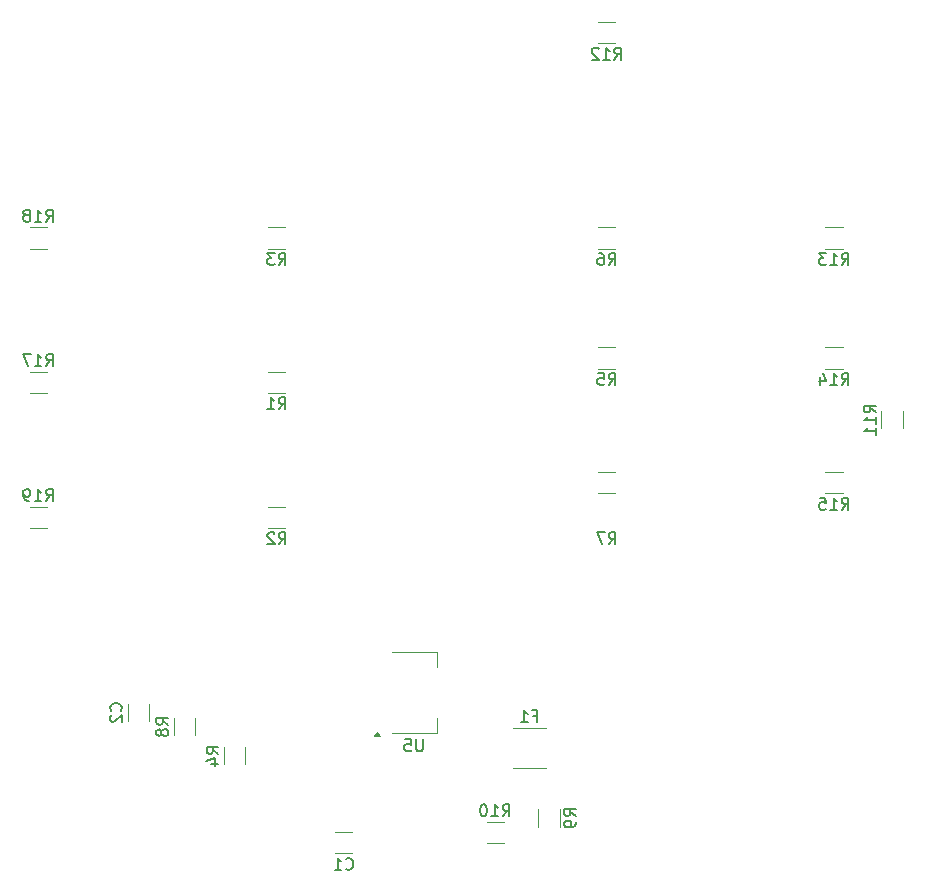
<source format=gbr>
%TF.GenerationSoftware,KiCad,Pcbnew,9.0.6-9.0.6~ubuntu24.04.1*%
%TF.CreationDate,2026-01-23T18:38:10+03:00*%
%TF.ProjectId,BoardRover2,426f6172-6452-46f7-9665-72322e6b6963,rev?*%
%TF.SameCoordinates,Original*%
%TF.FileFunction,Legend,Bot*%
%TF.FilePolarity,Positive*%
%FSLAX46Y46*%
G04 Gerber Fmt 4.6, Leading zero omitted, Abs format (unit mm)*
G04 Created by KiCad (PCBNEW 9.0.6-9.0.6~ubuntu24.04.1) date 2026-01-23 18:38:10*
%MOMM*%
%LPD*%
G01*
G04 APERTURE LIST*
%ADD10C,0.150000*%
%ADD11C,0.120000*%
G04 APERTURE END LIST*
D10*
X161264166Y-92849819D02*
X161597499Y-92373628D01*
X161835594Y-92849819D02*
X161835594Y-91849819D01*
X161835594Y-91849819D02*
X161454642Y-91849819D01*
X161454642Y-91849819D02*
X161359404Y-91897438D01*
X161359404Y-91897438D02*
X161311785Y-91945057D01*
X161311785Y-91945057D02*
X161264166Y-92040295D01*
X161264166Y-92040295D02*
X161264166Y-92183152D01*
X161264166Y-92183152D02*
X161311785Y-92278390D01*
X161311785Y-92278390D02*
X161359404Y-92326009D01*
X161359404Y-92326009D02*
X161454642Y-92373628D01*
X161454642Y-92373628D02*
X161835594Y-92373628D01*
X160311785Y-92849819D02*
X160883213Y-92849819D01*
X160597499Y-92849819D02*
X160597499Y-91849819D01*
X160597499Y-91849819D02*
X160692737Y-91992676D01*
X160692737Y-91992676D02*
X160787975Y-92087914D01*
X160787975Y-92087914D02*
X160883213Y-92135533D01*
X141560357Y-76964819D02*
X141893690Y-76488628D01*
X142131785Y-76964819D02*
X142131785Y-75964819D01*
X142131785Y-75964819D02*
X141750833Y-75964819D01*
X141750833Y-75964819D02*
X141655595Y-76012438D01*
X141655595Y-76012438D02*
X141607976Y-76060057D01*
X141607976Y-76060057D02*
X141560357Y-76155295D01*
X141560357Y-76155295D02*
X141560357Y-76298152D01*
X141560357Y-76298152D02*
X141607976Y-76393390D01*
X141607976Y-76393390D02*
X141655595Y-76441009D01*
X141655595Y-76441009D02*
X141750833Y-76488628D01*
X141750833Y-76488628D02*
X142131785Y-76488628D01*
X140607976Y-76964819D02*
X141179404Y-76964819D01*
X140893690Y-76964819D02*
X140893690Y-75964819D01*
X140893690Y-75964819D02*
X140988928Y-76107676D01*
X140988928Y-76107676D02*
X141084166Y-76202914D01*
X141084166Y-76202914D02*
X141179404Y-76250533D01*
X140036547Y-76393390D02*
X140131785Y-76345771D01*
X140131785Y-76345771D02*
X140179404Y-76298152D01*
X140179404Y-76298152D02*
X140227023Y-76202914D01*
X140227023Y-76202914D02*
X140227023Y-76155295D01*
X140227023Y-76155295D02*
X140179404Y-76060057D01*
X140179404Y-76060057D02*
X140131785Y-76012438D01*
X140131785Y-76012438D02*
X140036547Y-75964819D01*
X140036547Y-75964819D02*
X139846071Y-75964819D01*
X139846071Y-75964819D02*
X139750833Y-76012438D01*
X139750833Y-76012438D02*
X139703214Y-76060057D01*
X139703214Y-76060057D02*
X139655595Y-76155295D01*
X139655595Y-76155295D02*
X139655595Y-76202914D01*
X139655595Y-76202914D02*
X139703214Y-76298152D01*
X139703214Y-76298152D02*
X139750833Y-76345771D01*
X139750833Y-76345771D02*
X139846071Y-76393390D01*
X139846071Y-76393390D02*
X140036547Y-76393390D01*
X140036547Y-76393390D02*
X140131785Y-76441009D01*
X140131785Y-76441009D02*
X140179404Y-76488628D01*
X140179404Y-76488628D02*
X140227023Y-76583866D01*
X140227023Y-76583866D02*
X140227023Y-76774342D01*
X140227023Y-76774342D02*
X140179404Y-76869580D01*
X140179404Y-76869580D02*
X140131785Y-76917200D01*
X140131785Y-76917200D02*
X140036547Y-76964819D01*
X140036547Y-76964819D02*
X139846071Y-76964819D01*
X139846071Y-76964819D02*
X139750833Y-76917200D01*
X139750833Y-76917200D02*
X139703214Y-76869580D01*
X139703214Y-76869580D02*
X139655595Y-76774342D01*
X139655595Y-76774342D02*
X139655595Y-76583866D01*
X139655595Y-76583866D02*
X139703214Y-76488628D01*
X139703214Y-76488628D02*
X139750833Y-76441009D01*
X139750833Y-76441009D02*
X139846071Y-76393390D01*
X189204166Y-80624819D02*
X189537499Y-80148628D01*
X189775594Y-80624819D02*
X189775594Y-79624819D01*
X189775594Y-79624819D02*
X189394642Y-79624819D01*
X189394642Y-79624819D02*
X189299404Y-79672438D01*
X189299404Y-79672438D02*
X189251785Y-79720057D01*
X189251785Y-79720057D02*
X189204166Y-79815295D01*
X189204166Y-79815295D02*
X189204166Y-79958152D01*
X189204166Y-79958152D02*
X189251785Y-80053390D01*
X189251785Y-80053390D02*
X189299404Y-80101009D01*
X189299404Y-80101009D02*
X189394642Y-80148628D01*
X189394642Y-80148628D02*
X189775594Y-80148628D01*
X188347023Y-79624819D02*
X188537499Y-79624819D01*
X188537499Y-79624819D02*
X188632737Y-79672438D01*
X188632737Y-79672438D02*
X188680356Y-79720057D01*
X188680356Y-79720057D02*
X188775594Y-79862914D01*
X188775594Y-79862914D02*
X188823213Y-80053390D01*
X188823213Y-80053390D02*
X188823213Y-80434342D01*
X188823213Y-80434342D02*
X188775594Y-80529580D01*
X188775594Y-80529580D02*
X188727975Y-80577200D01*
X188727975Y-80577200D02*
X188632737Y-80624819D01*
X188632737Y-80624819D02*
X188442261Y-80624819D01*
X188442261Y-80624819D02*
X188347023Y-80577200D01*
X188347023Y-80577200D02*
X188299404Y-80529580D01*
X188299404Y-80529580D02*
X188251785Y-80434342D01*
X188251785Y-80434342D02*
X188251785Y-80196247D01*
X188251785Y-80196247D02*
X188299404Y-80101009D01*
X188299404Y-80101009D02*
X188347023Y-80053390D01*
X188347023Y-80053390D02*
X188442261Y-80005771D01*
X188442261Y-80005771D02*
X188632737Y-80005771D01*
X188632737Y-80005771D02*
X188727975Y-80053390D01*
X188727975Y-80053390D02*
X188775594Y-80101009D01*
X188775594Y-80101009D02*
X188823213Y-80196247D01*
X147893771Y-118358761D02*
X147941391Y-118311142D01*
X147941391Y-118311142D02*
X147989010Y-118168285D01*
X147989010Y-118168285D02*
X147989010Y-118073047D01*
X147989010Y-118073047D02*
X147941391Y-117930190D01*
X147941391Y-117930190D02*
X147846152Y-117834952D01*
X147846152Y-117834952D02*
X147750914Y-117787333D01*
X147750914Y-117787333D02*
X147560438Y-117739714D01*
X147560438Y-117739714D02*
X147417581Y-117739714D01*
X147417581Y-117739714D02*
X147227105Y-117787333D01*
X147227105Y-117787333D02*
X147131867Y-117834952D01*
X147131867Y-117834952D02*
X147036629Y-117930190D01*
X147036629Y-117930190D02*
X146989010Y-118073047D01*
X146989010Y-118073047D02*
X146989010Y-118168285D01*
X146989010Y-118168285D02*
X147036629Y-118311142D01*
X147036629Y-118311142D02*
X147084248Y-118358761D01*
X147084248Y-118739714D02*
X147036629Y-118787333D01*
X147036629Y-118787333D02*
X146989010Y-118882571D01*
X146989010Y-118882571D02*
X146989010Y-119120666D01*
X146989010Y-119120666D02*
X147036629Y-119215904D01*
X147036629Y-119215904D02*
X147084248Y-119263523D01*
X147084248Y-119263523D02*
X147179486Y-119311142D01*
X147179486Y-119311142D02*
X147274724Y-119311142D01*
X147274724Y-119311142D02*
X147417581Y-119263523D01*
X147417581Y-119263523D02*
X147989010Y-118692095D01*
X147989010Y-118692095D02*
X147989010Y-119311142D01*
X161264166Y-104274819D02*
X161597499Y-103798628D01*
X161835594Y-104274819D02*
X161835594Y-103274819D01*
X161835594Y-103274819D02*
X161454642Y-103274819D01*
X161454642Y-103274819D02*
X161359404Y-103322438D01*
X161359404Y-103322438D02*
X161311785Y-103370057D01*
X161311785Y-103370057D02*
X161264166Y-103465295D01*
X161264166Y-103465295D02*
X161264166Y-103608152D01*
X161264166Y-103608152D02*
X161311785Y-103703390D01*
X161311785Y-103703390D02*
X161359404Y-103751009D01*
X161359404Y-103751009D02*
X161454642Y-103798628D01*
X161454642Y-103798628D02*
X161835594Y-103798628D01*
X160883213Y-103370057D02*
X160835594Y-103322438D01*
X160835594Y-103322438D02*
X160740356Y-103274819D01*
X160740356Y-103274819D02*
X160502261Y-103274819D01*
X160502261Y-103274819D02*
X160407023Y-103322438D01*
X160407023Y-103322438D02*
X160359404Y-103370057D01*
X160359404Y-103370057D02*
X160311785Y-103465295D01*
X160311785Y-103465295D02*
X160311785Y-103560533D01*
X160311785Y-103560533D02*
X160359404Y-103703390D01*
X160359404Y-103703390D02*
X160930832Y-104274819D01*
X160930832Y-104274819D02*
X160311785Y-104274819D01*
X173481904Y-120794819D02*
X173481904Y-121604342D01*
X173481904Y-121604342D02*
X173434285Y-121699580D01*
X173434285Y-121699580D02*
X173386666Y-121747200D01*
X173386666Y-121747200D02*
X173291428Y-121794819D01*
X173291428Y-121794819D02*
X173100952Y-121794819D01*
X173100952Y-121794819D02*
X173005714Y-121747200D01*
X173005714Y-121747200D02*
X172958095Y-121699580D01*
X172958095Y-121699580D02*
X172910476Y-121604342D01*
X172910476Y-121604342D02*
X172910476Y-120794819D01*
X171958095Y-120794819D02*
X172434285Y-120794819D01*
X172434285Y-120794819D02*
X172481904Y-121271009D01*
X172481904Y-121271009D02*
X172434285Y-121223390D01*
X172434285Y-121223390D02*
X172339047Y-121175771D01*
X172339047Y-121175771D02*
X172100952Y-121175771D01*
X172100952Y-121175771D02*
X172005714Y-121223390D01*
X172005714Y-121223390D02*
X171958095Y-121271009D01*
X171958095Y-121271009D02*
X171910476Y-121366247D01*
X171910476Y-121366247D02*
X171910476Y-121604342D01*
X171910476Y-121604342D02*
X171958095Y-121699580D01*
X171958095Y-121699580D02*
X172005714Y-121747200D01*
X172005714Y-121747200D02*
X172100952Y-121794819D01*
X172100952Y-121794819D02*
X172339047Y-121794819D01*
X172339047Y-121794819D02*
X172434285Y-121747200D01*
X172434285Y-121747200D02*
X172481904Y-121699580D01*
X141560357Y-89189819D02*
X141893690Y-88713628D01*
X142131785Y-89189819D02*
X142131785Y-88189819D01*
X142131785Y-88189819D02*
X141750833Y-88189819D01*
X141750833Y-88189819D02*
X141655595Y-88237438D01*
X141655595Y-88237438D02*
X141607976Y-88285057D01*
X141607976Y-88285057D02*
X141560357Y-88380295D01*
X141560357Y-88380295D02*
X141560357Y-88523152D01*
X141560357Y-88523152D02*
X141607976Y-88618390D01*
X141607976Y-88618390D02*
X141655595Y-88666009D01*
X141655595Y-88666009D02*
X141750833Y-88713628D01*
X141750833Y-88713628D02*
X142131785Y-88713628D01*
X140607976Y-89189819D02*
X141179404Y-89189819D01*
X140893690Y-89189819D02*
X140893690Y-88189819D01*
X140893690Y-88189819D02*
X140988928Y-88332676D01*
X140988928Y-88332676D02*
X141084166Y-88427914D01*
X141084166Y-88427914D02*
X141179404Y-88475533D01*
X140274642Y-88189819D02*
X139607976Y-88189819D01*
X139607976Y-88189819D02*
X140036547Y-89189819D01*
X141560357Y-100614819D02*
X141893690Y-100138628D01*
X142131785Y-100614819D02*
X142131785Y-99614819D01*
X142131785Y-99614819D02*
X141750833Y-99614819D01*
X141750833Y-99614819D02*
X141655595Y-99662438D01*
X141655595Y-99662438D02*
X141607976Y-99710057D01*
X141607976Y-99710057D02*
X141560357Y-99805295D01*
X141560357Y-99805295D02*
X141560357Y-99948152D01*
X141560357Y-99948152D02*
X141607976Y-100043390D01*
X141607976Y-100043390D02*
X141655595Y-100091009D01*
X141655595Y-100091009D02*
X141750833Y-100138628D01*
X141750833Y-100138628D02*
X142131785Y-100138628D01*
X140607976Y-100614819D02*
X141179404Y-100614819D01*
X140893690Y-100614819D02*
X140893690Y-99614819D01*
X140893690Y-99614819D02*
X140988928Y-99757676D01*
X140988928Y-99757676D02*
X141084166Y-99852914D01*
X141084166Y-99852914D02*
X141179404Y-99900533D01*
X140131785Y-100614819D02*
X139941309Y-100614819D01*
X139941309Y-100614819D02*
X139846071Y-100567200D01*
X139846071Y-100567200D02*
X139798452Y-100519580D01*
X139798452Y-100519580D02*
X139703214Y-100376723D01*
X139703214Y-100376723D02*
X139655595Y-100186247D01*
X139655595Y-100186247D02*
X139655595Y-99805295D01*
X139655595Y-99805295D02*
X139703214Y-99710057D01*
X139703214Y-99710057D02*
X139750833Y-99662438D01*
X139750833Y-99662438D02*
X139846071Y-99614819D01*
X139846071Y-99614819D02*
X140036547Y-99614819D01*
X140036547Y-99614819D02*
X140131785Y-99662438D01*
X140131785Y-99662438D02*
X140179404Y-99710057D01*
X140179404Y-99710057D02*
X140227023Y-99805295D01*
X140227023Y-99805295D02*
X140227023Y-100043390D01*
X140227023Y-100043390D02*
X140179404Y-100138628D01*
X140179404Y-100138628D02*
X140131785Y-100186247D01*
X140131785Y-100186247D02*
X140036547Y-100233866D01*
X140036547Y-100233866D02*
X139846071Y-100233866D01*
X139846071Y-100233866D02*
X139750833Y-100186247D01*
X139750833Y-100186247D02*
X139703214Y-100138628D01*
X139703214Y-100138628D02*
X139655595Y-100043390D01*
X186427319Y-127287082D02*
X185951128Y-126953749D01*
X186427319Y-126715654D02*
X185427319Y-126715654D01*
X185427319Y-126715654D02*
X185427319Y-127096606D01*
X185427319Y-127096606D02*
X185474938Y-127191844D01*
X185474938Y-127191844D02*
X185522557Y-127239463D01*
X185522557Y-127239463D02*
X185617795Y-127287082D01*
X185617795Y-127287082D02*
X185760652Y-127287082D01*
X185760652Y-127287082D02*
X185855890Y-127239463D01*
X185855890Y-127239463D02*
X185903509Y-127191844D01*
X185903509Y-127191844D02*
X185951128Y-127096606D01*
X185951128Y-127096606D02*
X185951128Y-126715654D01*
X186427319Y-127763273D02*
X186427319Y-127953749D01*
X186427319Y-127953749D02*
X186379700Y-128048987D01*
X186379700Y-128048987D02*
X186332080Y-128096606D01*
X186332080Y-128096606D02*
X186189223Y-128191844D01*
X186189223Y-128191844D02*
X185998747Y-128239463D01*
X185998747Y-128239463D02*
X185617795Y-128239463D01*
X185617795Y-128239463D02*
X185522557Y-128191844D01*
X185522557Y-128191844D02*
X185474938Y-128144225D01*
X185474938Y-128144225D02*
X185427319Y-128048987D01*
X185427319Y-128048987D02*
X185427319Y-127858511D01*
X185427319Y-127858511D02*
X185474938Y-127763273D01*
X185474938Y-127763273D02*
X185522557Y-127715654D01*
X185522557Y-127715654D02*
X185617795Y-127668035D01*
X185617795Y-127668035D02*
X185855890Y-127668035D01*
X185855890Y-127668035D02*
X185951128Y-127715654D01*
X185951128Y-127715654D02*
X185998747Y-127763273D01*
X185998747Y-127763273D02*
X186046366Y-127858511D01*
X186046366Y-127858511D02*
X186046366Y-128048987D01*
X186046366Y-128048987D02*
X185998747Y-128144225D01*
X185998747Y-128144225D02*
X185951128Y-128191844D01*
X185951128Y-128191844D02*
X185855890Y-128239463D01*
X208922857Y-90794819D02*
X209256190Y-90318628D01*
X209494285Y-90794819D02*
X209494285Y-89794819D01*
X209494285Y-89794819D02*
X209113333Y-89794819D01*
X209113333Y-89794819D02*
X209018095Y-89842438D01*
X209018095Y-89842438D02*
X208970476Y-89890057D01*
X208970476Y-89890057D02*
X208922857Y-89985295D01*
X208922857Y-89985295D02*
X208922857Y-90128152D01*
X208922857Y-90128152D02*
X208970476Y-90223390D01*
X208970476Y-90223390D02*
X209018095Y-90271009D01*
X209018095Y-90271009D02*
X209113333Y-90318628D01*
X209113333Y-90318628D02*
X209494285Y-90318628D01*
X207970476Y-90794819D02*
X208541904Y-90794819D01*
X208256190Y-90794819D02*
X208256190Y-89794819D01*
X208256190Y-89794819D02*
X208351428Y-89937676D01*
X208351428Y-89937676D02*
X208446666Y-90032914D01*
X208446666Y-90032914D02*
X208541904Y-90080533D01*
X207113333Y-90128152D02*
X207113333Y-90794819D01*
X207351428Y-89747200D02*
X207589523Y-90461485D01*
X207589523Y-90461485D02*
X206970476Y-90461485D01*
X180228721Y-127302832D02*
X180562054Y-126826641D01*
X180800149Y-127302832D02*
X180800149Y-126302832D01*
X180800149Y-126302832D02*
X180419197Y-126302832D01*
X180419197Y-126302832D02*
X180323959Y-126350451D01*
X180323959Y-126350451D02*
X180276340Y-126398070D01*
X180276340Y-126398070D02*
X180228721Y-126493308D01*
X180228721Y-126493308D02*
X180228721Y-126636165D01*
X180228721Y-126636165D02*
X180276340Y-126731403D01*
X180276340Y-126731403D02*
X180323959Y-126779022D01*
X180323959Y-126779022D02*
X180419197Y-126826641D01*
X180419197Y-126826641D02*
X180800149Y-126826641D01*
X179276340Y-127302832D02*
X179847768Y-127302832D01*
X179562054Y-127302832D02*
X179562054Y-126302832D01*
X179562054Y-126302832D02*
X179657292Y-126445689D01*
X179657292Y-126445689D02*
X179752530Y-126540927D01*
X179752530Y-126540927D02*
X179847768Y-126588546D01*
X178657292Y-126302832D02*
X178562054Y-126302832D01*
X178562054Y-126302832D02*
X178466816Y-126350451D01*
X178466816Y-126350451D02*
X178419197Y-126398070D01*
X178419197Y-126398070D02*
X178371578Y-126493308D01*
X178371578Y-126493308D02*
X178323959Y-126683784D01*
X178323959Y-126683784D02*
X178323959Y-126921879D01*
X178323959Y-126921879D02*
X178371578Y-127112355D01*
X178371578Y-127112355D02*
X178419197Y-127207593D01*
X178419197Y-127207593D02*
X178466816Y-127255213D01*
X178466816Y-127255213D02*
X178562054Y-127302832D01*
X178562054Y-127302832D02*
X178657292Y-127302832D01*
X178657292Y-127302832D02*
X178752530Y-127255213D01*
X178752530Y-127255213D02*
X178800149Y-127207593D01*
X178800149Y-127207593D02*
X178847768Y-127112355D01*
X178847768Y-127112355D02*
X178895387Y-126921879D01*
X178895387Y-126921879D02*
X178895387Y-126683784D01*
X178895387Y-126683784D02*
X178847768Y-126493308D01*
X178847768Y-126493308D02*
X178800149Y-126398070D01*
X178800149Y-126398070D02*
X178752530Y-126350451D01*
X178752530Y-126350451D02*
X178657292Y-126302832D01*
X161264166Y-80624819D02*
X161597499Y-80148628D01*
X161835594Y-80624819D02*
X161835594Y-79624819D01*
X161835594Y-79624819D02*
X161454642Y-79624819D01*
X161454642Y-79624819D02*
X161359404Y-79672438D01*
X161359404Y-79672438D02*
X161311785Y-79720057D01*
X161311785Y-79720057D02*
X161264166Y-79815295D01*
X161264166Y-79815295D02*
X161264166Y-79958152D01*
X161264166Y-79958152D02*
X161311785Y-80053390D01*
X161311785Y-80053390D02*
X161359404Y-80101009D01*
X161359404Y-80101009D02*
X161454642Y-80148628D01*
X161454642Y-80148628D02*
X161835594Y-80148628D01*
X160930832Y-79624819D02*
X160311785Y-79624819D01*
X160311785Y-79624819D02*
X160645118Y-80005771D01*
X160645118Y-80005771D02*
X160502261Y-80005771D01*
X160502261Y-80005771D02*
X160407023Y-80053390D01*
X160407023Y-80053390D02*
X160359404Y-80101009D01*
X160359404Y-80101009D02*
X160311785Y-80196247D01*
X160311785Y-80196247D02*
X160311785Y-80434342D01*
X160311785Y-80434342D02*
X160359404Y-80529580D01*
X160359404Y-80529580D02*
X160407023Y-80577200D01*
X160407023Y-80577200D02*
X160502261Y-80624819D01*
X160502261Y-80624819D02*
X160787975Y-80624819D01*
X160787975Y-80624819D02*
X160883213Y-80577200D01*
X160883213Y-80577200D02*
X160930832Y-80529580D01*
X189204166Y-90794819D02*
X189537499Y-90318628D01*
X189775594Y-90794819D02*
X189775594Y-89794819D01*
X189775594Y-89794819D02*
X189394642Y-89794819D01*
X189394642Y-89794819D02*
X189299404Y-89842438D01*
X189299404Y-89842438D02*
X189251785Y-89890057D01*
X189251785Y-89890057D02*
X189204166Y-89985295D01*
X189204166Y-89985295D02*
X189204166Y-90128152D01*
X189204166Y-90128152D02*
X189251785Y-90223390D01*
X189251785Y-90223390D02*
X189299404Y-90271009D01*
X189299404Y-90271009D02*
X189394642Y-90318628D01*
X189394642Y-90318628D02*
X189775594Y-90318628D01*
X188299404Y-89794819D02*
X188775594Y-89794819D01*
X188775594Y-89794819D02*
X188823213Y-90271009D01*
X188823213Y-90271009D02*
X188775594Y-90223390D01*
X188775594Y-90223390D02*
X188680356Y-90175771D01*
X188680356Y-90175771D02*
X188442261Y-90175771D01*
X188442261Y-90175771D02*
X188347023Y-90223390D01*
X188347023Y-90223390D02*
X188299404Y-90271009D01*
X188299404Y-90271009D02*
X188251785Y-90366247D01*
X188251785Y-90366247D02*
X188251785Y-90604342D01*
X188251785Y-90604342D02*
X188299404Y-90699580D01*
X188299404Y-90699580D02*
X188347023Y-90747200D01*
X188347023Y-90747200D02*
X188442261Y-90794819D01*
X188442261Y-90794819D02*
X188680356Y-90794819D01*
X188680356Y-90794819D02*
X188775594Y-90747200D01*
X188775594Y-90747200D02*
X188823213Y-90699580D01*
X166941666Y-131749580D02*
X166989285Y-131797200D01*
X166989285Y-131797200D02*
X167132142Y-131844819D01*
X167132142Y-131844819D02*
X167227380Y-131844819D01*
X167227380Y-131844819D02*
X167370237Y-131797200D01*
X167370237Y-131797200D02*
X167465475Y-131701961D01*
X167465475Y-131701961D02*
X167513094Y-131606723D01*
X167513094Y-131606723D02*
X167560713Y-131416247D01*
X167560713Y-131416247D02*
X167560713Y-131273390D01*
X167560713Y-131273390D02*
X167513094Y-131082914D01*
X167513094Y-131082914D02*
X167465475Y-130987676D01*
X167465475Y-130987676D02*
X167370237Y-130892438D01*
X167370237Y-130892438D02*
X167227380Y-130844819D01*
X167227380Y-130844819D02*
X167132142Y-130844819D01*
X167132142Y-130844819D02*
X166989285Y-130892438D01*
X166989285Y-130892438D02*
X166941666Y-130940057D01*
X165989285Y-131844819D02*
X166560713Y-131844819D01*
X166274999Y-131844819D02*
X166274999Y-130844819D01*
X166274999Y-130844819D02*
X166370237Y-130987676D01*
X166370237Y-130987676D02*
X166465475Y-131082914D01*
X166465475Y-131082914D02*
X166560713Y-131130533D01*
X211813293Y-93100828D02*
X211337102Y-92767495D01*
X211813293Y-92529400D02*
X210813293Y-92529400D01*
X210813293Y-92529400D02*
X210813293Y-92910352D01*
X210813293Y-92910352D02*
X210860912Y-93005590D01*
X210860912Y-93005590D02*
X210908531Y-93053209D01*
X210908531Y-93053209D02*
X211003769Y-93100828D01*
X211003769Y-93100828D02*
X211146626Y-93100828D01*
X211146626Y-93100828D02*
X211241864Y-93053209D01*
X211241864Y-93053209D02*
X211289483Y-93005590D01*
X211289483Y-93005590D02*
X211337102Y-92910352D01*
X211337102Y-92910352D02*
X211337102Y-92529400D01*
X211813293Y-94053209D02*
X211813293Y-93481781D01*
X211813293Y-93767495D02*
X210813293Y-93767495D01*
X210813293Y-93767495D02*
X210956150Y-93672257D01*
X210956150Y-93672257D02*
X211051388Y-93577019D01*
X211051388Y-93577019D02*
X211099007Y-93481781D01*
X211813293Y-95005590D02*
X211813293Y-94434162D01*
X211813293Y-94719876D02*
X210813293Y-94719876D01*
X210813293Y-94719876D02*
X210956150Y-94624638D01*
X210956150Y-94624638D02*
X211051388Y-94529400D01*
X211051388Y-94529400D02*
X211099007Y-94434162D01*
X208922857Y-80624819D02*
X209256190Y-80148628D01*
X209494285Y-80624819D02*
X209494285Y-79624819D01*
X209494285Y-79624819D02*
X209113333Y-79624819D01*
X209113333Y-79624819D02*
X209018095Y-79672438D01*
X209018095Y-79672438D02*
X208970476Y-79720057D01*
X208970476Y-79720057D02*
X208922857Y-79815295D01*
X208922857Y-79815295D02*
X208922857Y-79958152D01*
X208922857Y-79958152D02*
X208970476Y-80053390D01*
X208970476Y-80053390D02*
X209018095Y-80101009D01*
X209018095Y-80101009D02*
X209113333Y-80148628D01*
X209113333Y-80148628D02*
X209494285Y-80148628D01*
X207970476Y-80624819D02*
X208541904Y-80624819D01*
X208256190Y-80624819D02*
X208256190Y-79624819D01*
X208256190Y-79624819D02*
X208351428Y-79767676D01*
X208351428Y-79767676D02*
X208446666Y-79862914D01*
X208446666Y-79862914D02*
X208541904Y-79910533D01*
X207637142Y-79624819D02*
X207018095Y-79624819D01*
X207018095Y-79624819D02*
X207351428Y-80005771D01*
X207351428Y-80005771D02*
X207208571Y-80005771D01*
X207208571Y-80005771D02*
X207113333Y-80053390D01*
X207113333Y-80053390D02*
X207065714Y-80101009D01*
X207065714Y-80101009D02*
X207018095Y-80196247D01*
X207018095Y-80196247D02*
X207018095Y-80434342D01*
X207018095Y-80434342D02*
X207065714Y-80529580D01*
X207065714Y-80529580D02*
X207113333Y-80577200D01*
X207113333Y-80577200D02*
X207208571Y-80624819D01*
X207208571Y-80624819D02*
X207494285Y-80624819D01*
X207494285Y-80624819D02*
X207589523Y-80577200D01*
X207589523Y-80577200D02*
X207637142Y-80529580D01*
X189680357Y-63244819D02*
X190013690Y-62768628D01*
X190251785Y-63244819D02*
X190251785Y-62244819D01*
X190251785Y-62244819D02*
X189870833Y-62244819D01*
X189870833Y-62244819D02*
X189775595Y-62292438D01*
X189775595Y-62292438D02*
X189727976Y-62340057D01*
X189727976Y-62340057D02*
X189680357Y-62435295D01*
X189680357Y-62435295D02*
X189680357Y-62578152D01*
X189680357Y-62578152D02*
X189727976Y-62673390D01*
X189727976Y-62673390D02*
X189775595Y-62721009D01*
X189775595Y-62721009D02*
X189870833Y-62768628D01*
X189870833Y-62768628D02*
X190251785Y-62768628D01*
X188727976Y-63244819D02*
X189299404Y-63244819D01*
X189013690Y-63244819D02*
X189013690Y-62244819D01*
X189013690Y-62244819D02*
X189108928Y-62387676D01*
X189108928Y-62387676D02*
X189204166Y-62482914D01*
X189204166Y-62482914D02*
X189299404Y-62530533D01*
X188347023Y-62340057D02*
X188299404Y-62292438D01*
X188299404Y-62292438D02*
X188204166Y-62244819D01*
X188204166Y-62244819D02*
X187966071Y-62244819D01*
X187966071Y-62244819D02*
X187870833Y-62292438D01*
X187870833Y-62292438D02*
X187823214Y-62340057D01*
X187823214Y-62340057D02*
X187775595Y-62435295D01*
X187775595Y-62435295D02*
X187775595Y-62530533D01*
X187775595Y-62530533D02*
X187823214Y-62673390D01*
X187823214Y-62673390D02*
X188394642Y-63244819D01*
X188394642Y-63244819D02*
X187775595Y-63244819D01*
X156165007Y-122010765D02*
X155688816Y-121677432D01*
X156165007Y-121439337D02*
X155165007Y-121439337D01*
X155165007Y-121439337D02*
X155165007Y-121820289D01*
X155165007Y-121820289D02*
X155212626Y-121915527D01*
X155212626Y-121915527D02*
X155260245Y-121963146D01*
X155260245Y-121963146D02*
X155355483Y-122010765D01*
X155355483Y-122010765D02*
X155498340Y-122010765D01*
X155498340Y-122010765D02*
X155593578Y-121963146D01*
X155593578Y-121963146D02*
X155641197Y-121915527D01*
X155641197Y-121915527D02*
X155688816Y-121820289D01*
X155688816Y-121820289D02*
X155688816Y-121439337D01*
X155498340Y-122867908D02*
X156165007Y-122867908D01*
X155117388Y-122629813D02*
X155831673Y-122391718D01*
X155831673Y-122391718D02*
X155831673Y-123010765D01*
X182810833Y-118798509D02*
X183144166Y-118798509D01*
X183144166Y-119322319D02*
X183144166Y-118322319D01*
X183144166Y-118322319D02*
X182667976Y-118322319D01*
X181763214Y-119322319D02*
X182334642Y-119322319D01*
X182048928Y-119322319D02*
X182048928Y-118322319D01*
X182048928Y-118322319D02*
X182144166Y-118465176D01*
X182144166Y-118465176D02*
X182239404Y-118560414D01*
X182239404Y-118560414D02*
X182334642Y-118608033D01*
X189204166Y-104274819D02*
X189537499Y-103798628D01*
X189775594Y-104274819D02*
X189775594Y-103274819D01*
X189775594Y-103274819D02*
X189394642Y-103274819D01*
X189394642Y-103274819D02*
X189299404Y-103322438D01*
X189299404Y-103322438D02*
X189251785Y-103370057D01*
X189251785Y-103370057D02*
X189204166Y-103465295D01*
X189204166Y-103465295D02*
X189204166Y-103608152D01*
X189204166Y-103608152D02*
X189251785Y-103703390D01*
X189251785Y-103703390D02*
X189299404Y-103751009D01*
X189299404Y-103751009D02*
X189394642Y-103798628D01*
X189394642Y-103798628D02*
X189775594Y-103798628D01*
X188870832Y-103274819D02*
X188204166Y-103274819D01*
X188204166Y-103274819D02*
X188632737Y-104274819D01*
X151911611Y-119555196D02*
X151435420Y-119221863D01*
X151911611Y-118983768D02*
X150911611Y-118983768D01*
X150911611Y-118983768D02*
X150911611Y-119364720D01*
X150911611Y-119364720D02*
X150959230Y-119459958D01*
X150959230Y-119459958D02*
X151006849Y-119507577D01*
X151006849Y-119507577D02*
X151102087Y-119555196D01*
X151102087Y-119555196D02*
X151244944Y-119555196D01*
X151244944Y-119555196D02*
X151340182Y-119507577D01*
X151340182Y-119507577D02*
X151387801Y-119459958D01*
X151387801Y-119459958D02*
X151435420Y-119364720D01*
X151435420Y-119364720D02*
X151435420Y-118983768D01*
X151340182Y-120126625D02*
X151292563Y-120031387D01*
X151292563Y-120031387D02*
X151244944Y-119983768D01*
X151244944Y-119983768D02*
X151149706Y-119936149D01*
X151149706Y-119936149D02*
X151102087Y-119936149D01*
X151102087Y-119936149D02*
X151006849Y-119983768D01*
X151006849Y-119983768D02*
X150959230Y-120031387D01*
X150959230Y-120031387D02*
X150911611Y-120126625D01*
X150911611Y-120126625D02*
X150911611Y-120317101D01*
X150911611Y-120317101D02*
X150959230Y-120412339D01*
X150959230Y-120412339D02*
X151006849Y-120459958D01*
X151006849Y-120459958D02*
X151102087Y-120507577D01*
X151102087Y-120507577D02*
X151149706Y-120507577D01*
X151149706Y-120507577D02*
X151244944Y-120459958D01*
X151244944Y-120459958D02*
X151292563Y-120412339D01*
X151292563Y-120412339D02*
X151340182Y-120317101D01*
X151340182Y-120317101D02*
X151340182Y-120126625D01*
X151340182Y-120126625D02*
X151387801Y-120031387D01*
X151387801Y-120031387D02*
X151435420Y-119983768D01*
X151435420Y-119983768D02*
X151530658Y-119936149D01*
X151530658Y-119936149D02*
X151721134Y-119936149D01*
X151721134Y-119936149D02*
X151816372Y-119983768D01*
X151816372Y-119983768D02*
X151863992Y-120031387D01*
X151863992Y-120031387D02*
X151911611Y-120126625D01*
X151911611Y-120126625D02*
X151911611Y-120317101D01*
X151911611Y-120317101D02*
X151863992Y-120412339D01*
X151863992Y-120412339D02*
X151816372Y-120459958D01*
X151816372Y-120459958D02*
X151721134Y-120507577D01*
X151721134Y-120507577D02*
X151530658Y-120507577D01*
X151530658Y-120507577D02*
X151435420Y-120459958D01*
X151435420Y-120459958D02*
X151387801Y-120412339D01*
X151387801Y-120412339D02*
X151340182Y-120317101D01*
X208922857Y-101344819D02*
X209256190Y-100868628D01*
X209494285Y-101344819D02*
X209494285Y-100344819D01*
X209494285Y-100344819D02*
X209113333Y-100344819D01*
X209113333Y-100344819D02*
X209018095Y-100392438D01*
X209018095Y-100392438D02*
X208970476Y-100440057D01*
X208970476Y-100440057D02*
X208922857Y-100535295D01*
X208922857Y-100535295D02*
X208922857Y-100678152D01*
X208922857Y-100678152D02*
X208970476Y-100773390D01*
X208970476Y-100773390D02*
X209018095Y-100821009D01*
X209018095Y-100821009D02*
X209113333Y-100868628D01*
X209113333Y-100868628D02*
X209494285Y-100868628D01*
X207970476Y-101344819D02*
X208541904Y-101344819D01*
X208256190Y-101344819D02*
X208256190Y-100344819D01*
X208256190Y-100344819D02*
X208351428Y-100487676D01*
X208351428Y-100487676D02*
X208446666Y-100582914D01*
X208446666Y-100582914D02*
X208541904Y-100630533D01*
X207065714Y-100344819D02*
X207541904Y-100344819D01*
X207541904Y-100344819D02*
X207589523Y-100821009D01*
X207589523Y-100821009D02*
X207541904Y-100773390D01*
X207541904Y-100773390D02*
X207446666Y-100725771D01*
X207446666Y-100725771D02*
X207208571Y-100725771D01*
X207208571Y-100725771D02*
X207113333Y-100773390D01*
X207113333Y-100773390D02*
X207065714Y-100821009D01*
X207065714Y-100821009D02*
X207018095Y-100916247D01*
X207018095Y-100916247D02*
X207018095Y-101154342D01*
X207018095Y-101154342D02*
X207065714Y-101249580D01*
X207065714Y-101249580D02*
X207113333Y-101297200D01*
X207113333Y-101297200D02*
X207208571Y-101344819D01*
X207208571Y-101344819D02*
X207446666Y-101344819D01*
X207446666Y-101344819D02*
X207541904Y-101297200D01*
X207541904Y-101297200D02*
X207589523Y-101249580D01*
D11*
%TO.C,R1*%
X160370436Y-89655000D02*
X161824564Y-89655000D01*
X160370436Y-91475000D02*
X161824564Y-91475000D01*
%TO.C,R18*%
X141644564Y-77430000D02*
X140190436Y-77430000D01*
X141644564Y-79250000D02*
X140190436Y-79250000D01*
%TO.C,R6*%
X188310436Y-77430000D02*
X189764564Y-77430000D01*
X188310436Y-79250000D02*
X189764564Y-79250000D01*
%TO.C,C2*%
X148474191Y-117814176D02*
X148474191Y-119236680D01*
X150294191Y-117814176D02*
X150294191Y-119236680D01*
%TO.C,R2*%
X160370436Y-101080000D02*
X161824564Y-101080000D01*
X160370436Y-102900000D02*
X161824564Y-102900000D01*
%TO.C,U5*%
X170870000Y-113430000D02*
X174630000Y-113430000D01*
X170870000Y-120250000D02*
X174630000Y-120250000D01*
X174630000Y-113430000D02*
X174630000Y-114690000D01*
X174630000Y-120250000D02*
X174630000Y-118990000D01*
X169830000Y-120480000D02*
X169350000Y-120480000D01*
X169590000Y-120150000D01*
X169830000Y-120480000D01*
G36*
X169830000Y-120480000D02*
G01*
X169350000Y-120480000D01*
X169590000Y-120150000D01*
X169830000Y-120480000D01*
G37*
%TO.C,R17*%
X141644564Y-89655000D02*
X140190436Y-89655000D01*
X141644564Y-91475000D02*
X140190436Y-91475000D01*
%TO.C,R19*%
X141644564Y-101080000D02*
X140190436Y-101080000D01*
X141644564Y-102900000D02*
X140190436Y-102900000D01*
%TO.C,R9*%
X183232500Y-128180813D02*
X183232500Y-126726685D01*
X185052500Y-128180813D02*
X185052500Y-126726685D01*
%TO.C,R14*%
X207552936Y-87600000D02*
X209007064Y-87600000D01*
X207552936Y-89420000D02*
X209007064Y-89420000D01*
%TO.C,R10*%
X180312928Y-127768013D02*
X178858800Y-127768013D01*
X180312928Y-129588013D02*
X178858800Y-129588013D01*
%TO.C,R3*%
X160370436Y-77430000D02*
X161824564Y-77430000D01*
X160370436Y-79250000D02*
X161824564Y-79250000D01*
%TO.C,R5*%
X188310436Y-87600000D02*
X189764564Y-87600000D01*
X188310436Y-89420000D02*
X189764564Y-89420000D01*
%TO.C,C1*%
X166063748Y-128630000D02*
X167486252Y-128630000D01*
X166063748Y-130450000D02*
X167486252Y-130450000D01*
%TO.C,R11*%
X212278474Y-93016622D02*
X212278474Y-94470750D01*
X214098474Y-93016622D02*
X214098474Y-94470750D01*
%TO.C,R13*%
X207552936Y-77430000D02*
X209007064Y-77430000D01*
X207552936Y-79250000D02*
X209007064Y-79250000D01*
%TO.C,R12*%
X188310436Y-60050000D02*
X189764564Y-60050000D01*
X188310436Y-61870000D02*
X189764564Y-61870000D01*
%TO.C,R4*%
X156630188Y-121450368D02*
X156630188Y-122904496D01*
X158450188Y-121450368D02*
X158450188Y-122904496D01*
%TO.C,F1*%
X183863752Y-119807500D02*
X181091248Y-119807500D01*
X183863752Y-123227500D02*
X181091248Y-123227500D01*
%TO.C,R7*%
X188310436Y-98150000D02*
X189764564Y-98150000D01*
X188310436Y-99970000D02*
X189764564Y-99970000D01*
%TO.C,R8*%
X152376792Y-118994799D02*
X152376792Y-120448927D01*
X154196792Y-118994799D02*
X154196792Y-120448927D01*
%TO.C,R15*%
X207552936Y-98150000D02*
X209007064Y-98150000D01*
X207552936Y-99970000D02*
X209007064Y-99970000D01*
%TD*%
M02*

</source>
